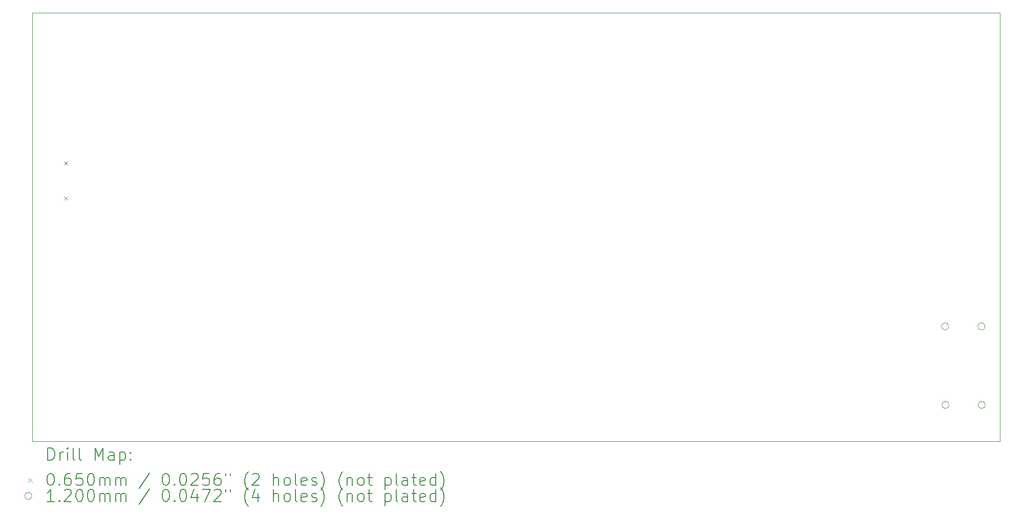
<source format=gbr>
%TF.GenerationSoftware,KiCad,Pcbnew,8.0.0*%
%TF.CreationDate,2024-12-17T13:35:23+01:00*%
%TF.ProjectId,teensyAudioMidi,7465656e-7379-4417-9564-696f4d696469,rev?*%
%TF.SameCoordinates,Original*%
%TF.FileFunction,Drillmap*%
%TF.FilePolarity,Positive*%
%FSLAX45Y45*%
G04 Gerber Fmt 4.5, Leading zero omitted, Abs format (unit mm)*
G04 Created by KiCad (PCBNEW 8.0.0) date 2024-12-17 13:35:23*
%MOMM*%
%LPD*%
G01*
G04 APERTURE LIST*
%ADD10C,0.050000*%
%ADD11C,0.200000*%
%ADD12C,0.100000*%
%ADD13C,0.120000*%
G04 APERTURE END LIST*
D10*
X3098000Y-2504000D02*
X19098000Y-2504000D01*
X19098000Y-9600000D01*
X3098000Y-9600000D01*
X3098000Y-2504000D01*
D11*
D12*
X3622500Y-4964500D02*
X3687500Y-5029500D01*
X3687500Y-4964500D02*
X3622500Y-5029500D01*
X3622500Y-5542500D02*
X3687500Y-5607500D01*
X3687500Y-5542500D02*
X3622500Y-5607500D01*
D13*
X18255000Y-7700000D02*
G75*
G02*
X18135000Y-7700000I-60000J0D01*
G01*
X18135000Y-7700000D02*
G75*
G02*
X18255000Y-7700000I60000J0D01*
G01*
X18260000Y-9000000D02*
G75*
G02*
X18140000Y-9000000I-60000J0D01*
G01*
X18140000Y-9000000D02*
G75*
G02*
X18260000Y-9000000I60000J0D01*
G01*
X18855000Y-7700000D02*
G75*
G02*
X18735000Y-7700000I-60000J0D01*
G01*
X18735000Y-7700000D02*
G75*
G02*
X18855000Y-7700000I60000J0D01*
G01*
X18860000Y-9000000D02*
G75*
G02*
X18740000Y-9000000I-60000J0D01*
G01*
X18740000Y-9000000D02*
G75*
G02*
X18860000Y-9000000I60000J0D01*
G01*
D11*
X3356277Y-9913984D02*
X3356277Y-9713984D01*
X3356277Y-9713984D02*
X3403896Y-9713984D01*
X3403896Y-9713984D02*
X3432467Y-9723508D01*
X3432467Y-9723508D02*
X3451515Y-9742555D01*
X3451515Y-9742555D02*
X3461039Y-9761603D01*
X3461039Y-9761603D02*
X3470562Y-9799698D01*
X3470562Y-9799698D02*
X3470562Y-9828270D01*
X3470562Y-9828270D02*
X3461039Y-9866365D01*
X3461039Y-9866365D02*
X3451515Y-9885412D01*
X3451515Y-9885412D02*
X3432467Y-9904460D01*
X3432467Y-9904460D02*
X3403896Y-9913984D01*
X3403896Y-9913984D02*
X3356277Y-9913984D01*
X3556277Y-9913984D02*
X3556277Y-9780650D01*
X3556277Y-9818746D02*
X3565801Y-9799698D01*
X3565801Y-9799698D02*
X3575324Y-9790174D01*
X3575324Y-9790174D02*
X3594372Y-9780650D01*
X3594372Y-9780650D02*
X3613420Y-9780650D01*
X3680086Y-9913984D02*
X3680086Y-9780650D01*
X3680086Y-9713984D02*
X3670562Y-9723508D01*
X3670562Y-9723508D02*
X3680086Y-9733031D01*
X3680086Y-9733031D02*
X3689610Y-9723508D01*
X3689610Y-9723508D02*
X3680086Y-9713984D01*
X3680086Y-9713984D02*
X3680086Y-9733031D01*
X3803896Y-9913984D02*
X3784848Y-9904460D01*
X3784848Y-9904460D02*
X3775324Y-9885412D01*
X3775324Y-9885412D02*
X3775324Y-9713984D01*
X3908658Y-9913984D02*
X3889610Y-9904460D01*
X3889610Y-9904460D02*
X3880086Y-9885412D01*
X3880086Y-9885412D02*
X3880086Y-9713984D01*
X4137229Y-9913984D02*
X4137229Y-9713984D01*
X4137229Y-9713984D02*
X4203896Y-9856841D01*
X4203896Y-9856841D02*
X4270563Y-9713984D01*
X4270563Y-9713984D02*
X4270563Y-9913984D01*
X4451515Y-9913984D02*
X4451515Y-9809222D01*
X4451515Y-9809222D02*
X4441991Y-9790174D01*
X4441991Y-9790174D02*
X4422944Y-9780650D01*
X4422944Y-9780650D02*
X4384848Y-9780650D01*
X4384848Y-9780650D02*
X4365801Y-9790174D01*
X4451515Y-9904460D02*
X4432467Y-9913984D01*
X4432467Y-9913984D02*
X4384848Y-9913984D01*
X4384848Y-9913984D02*
X4365801Y-9904460D01*
X4365801Y-9904460D02*
X4356277Y-9885412D01*
X4356277Y-9885412D02*
X4356277Y-9866365D01*
X4356277Y-9866365D02*
X4365801Y-9847317D01*
X4365801Y-9847317D02*
X4384848Y-9837793D01*
X4384848Y-9837793D02*
X4432467Y-9837793D01*
X4432467Y-9837793D02*
X4451515Y-9828270D01*
X4546753Y-9780650D02*
X4546753Y-9980650D01*
X4546753Y-9790174D02*
X4565801Y-9780650D01*
X4565801Y-9780650D02*
X4603896Y-9780650D01*
X4603896Y-9780650D02*
X4622944Y-9790174D01*
X4622944Y-9790174D02*
X4632467Y-9799698D01*
X4632467Y-9799698D02*
X4641991Y-9818746D01*
X4641991Y-9818746D02*
X4641991Y-9875889D01*
X4641991Y-9875889D02*
X4632467Y-9894936D01*
X4632467Y-9894936D02*
X4622944Y-9904460D01*
X4622944Y-9904460D02*
X4603896Y-9913984D01*
X4603896Y-9913984D02*
X4565801Y-9913984D01*
X4565801Y-9913984D02*
X4546753Y-9904460D01*
X4727705Y-9894936D02*
X4737229Y-9904460D01*
X4737229Y-9904460D02*
X4727705Y-9913984D01*
X4727705Y-9913984D02*
X4718182Y-9904460D01*
X4718182Y-9904460D02*
X4727705Y-9894936D01*
X4727705Y-9894936D02*
X4727705Y-9913984D01*
X4727705Y-9790174D02*
X4737229Y-9799698D01*
X4737229Y-9799698D02*
X4727705Y-9809222D01*
X4727705Y-9809222D02*
X4718182Y-9799698D01*
X4718182Y-9799698D02*
X4727705Y-9790174D01*
X4727705Y-9790174D02*
X4727705Y-9809222D01*
D12*
X3030500Y-10210000D02*
X3095500Y-10275000D01*
X3095500Y-10210000D02*
X3030500Y-10275000D01*
D11*
X3394372Y-10133984D02*
X3413420Y-10133984D01*
X3413420Y-10133984D02*
X3432467Y-10143508D01*
X3432467Y-10143508D02*
X3441991Y-10153031D01*
X3441991Y-10153031D02*
X3451515Y-10172079D01*
X3451515Y-10172079D02*
X3461039Y-10210174D01*
X3461039Y-10210174D02*
X3461039Y-10257793D01*
X3461039Y-10257793D02*
X3451515Y-10295889D01*
X3451515Y-10295889D02*
X3441991Y-10314936D01*
X3441991Y-10314936D02*
X3432467Y-10324460D01*
X3432467Y-10324460D02*
X3413420Y-10333984D01*
X3413420Y-10333984D02*
X3394372Y-10333984D01*
X3394372Y-10333984D02*
X3375324Y-10324460D01*
X3375324Y-10324460D02*
X3365801Y-10314936D01*
X3365801Y-10314936D02*
X3356277Y-10295889D01*
X3356277Y-10295889D02*
X3346753Y-10257793D01*
X3346753Y-10257793D02*
X3346753Y-10210174D01*
X3346753Y-10210174D02*
X3356277Y-10172079D01*
X3356277Y-10172079D02*
X3365801Y-10153031D01*
X3365801Y-10153031D02*
X3375324Y-10143508D01*
X3375324Y-10143508D02*
X3394372Y-10133984D01*
X3546753Y-10314936D02*
X3556277Y-10324460D01*
X3556277Y-10324460D02*
X3546753Y-10333984D01*
X3546753Y-10333984D02*
X3537229Y-10324460D01*
X3537229Y-10324460D02*
X3546753Y-10314936D01*
X3546753Y-10314936D02*
X3546753Y-10333984D01*
X3727705Y-10133984D02*
X3689610Y-10133984D01*
X3689610Y-10133984D02*
X3670562Y-10143508D01*
X3670562Y-10143508D02*
X3661039Y-10153031D01*
X3661039Y-10153031D02*
X3641991Y-10181603D01*
X3641991Y-10181603D02*
X3632467Y-10219698D01*
X3632467Y-10219698D02*
X3632467Y-10295889D01*
X3632467Y-10295889D02*
X3641991Y-10314936D01*
X3641991Y-10314936D02*
X3651515Y-10324460D01*
X3651515Y-10324460D02*
X3670562Y-10333984D01*
X3670562Y-10333984D02*
X3708658Y-10333984D01*
X3708658Y-10333984D02*
X3727705Y-10324460D01*
X3727705Y-10324460D02*
X3737229Y-10314936D01*
X3737229Y-10314936D02*
X3746753Y-10295889D01*
X3746753Y-10295889D02*
X3746753Y-10248270D01*
X3746753Y-10248270D02*
X3737229Y-10229222D01*
X3737229Y-10229222D02*
X3727705Y-10219698D01*
X3727705Y-10219698D02*
X3708658Y-10210174D01*
X3708658Y-10210174D02*
X3670562Y-10210174D01*
X3670562Y-10210174D02*
X3651515Y-10219698D01*
X3651515Y-10219698D02*
X3641991Y-10229222D01*
X3641991Y-10229222D02*
X3632467Y-10248270D01*
X3927705Y-10133984D02*
X3832467Y-10133984D01*
X3832467Y-10133984D02*
X3822943Y-10229222D01*
X3822943Y-10229222D02*
X3832467Y-10219698D01*
X3832467Y-10219698D02*
X3851515Y-10210174D01*
X3851515Y-10210174D02*
X3899134Y-10210174D01*
X3899134Y-10210174D02*
X3918182Y-10219698D01*
X3918182Y-10219698D02*
X3927705Y-10229222D01*
X3927705Y-10229222D02*
X3937229Y-10248270D01*
X3937229Y-10248270D02*
X3937229Y-10295889D01*
X3937229Y-10295889D02*
X3927705Y-10314936D01*
X3927705Y-10314936D02*
X3918182Y-10324460D01*
X3918182Y-10324460D02*
X3899134Y-10333984D01*
X3899134Y-10333984D02*
X3851515Y-10333984D01*
X3851515Y-10333984D02*
X3832467Y-10324460D01*
X3832467Y-10324460D02*
X3822943Y-10314936D01*
X4061039Y-10133984D02*
X4080086Y-10133984D01*
X4080086Y-10133984D02*
X4099134Y-10143508D01*
X4099134Y-10143508D02*
X4108658Y-10153031D01*
X4108658Y-10153031D02*
X4118182Y-10172079D01*
X4118182Y-10172079D02*
X4127705Y-10210174D01*
X4127705Y-10210174D02*
X4127705Y-10257793D01*
X4127705Y-10257793D02*
X4118182Y-10295889D01*
X4118182Y-10295889D02*
X4108658Y-10314936D01*
X4108658Y-10314936D02*
X4099134Y-10324460D01*
X4099134Y-10324460D02*
X4080086Y-10333984D01*
X4080086Y-10333984D02*
X4061039Y-10333984D01*
X4061039Y-10333984D02*
X4041991Y-10324460D01*
X4041991Y-10324460D02*
X4032467Y-10314936D01*
X4032467Y-10314936D02*
X4022943Y-10295889D01*
X4022943Y-10295889D02*
X4013420Y-10257793D01*
X4013420Y-10257793D02*
X4013420Y-10210174D01*
X4013420Y-10210174D02*
X4022943Y-10172079D01*
X4022943Y-10172079D02*
X4032467Y-10153031D01*
X4032467Y-10153031D02*
X4041991Y-10143508D01*
X4041991Y-10143508D02*
X4061039Y-10133984D01*
X4213420Y-10333984D02*
X4213420Y-10200650D01*
X4213420Y-10219698D02*
X4222944Y-10210174D01*
X4222944Y-10210174D02*
X4241991Y-10200650D01*
X4241991Y-10200650D02*
X4270563Y-10200650D01*
X4270563Y-10200650D02*
X4289610Y-10210174D01*
X4289610Y-10210174D02*
X4299134Y-10229222D01*
X4299134Y-10229222D02*
X4299134Y-10333984D01*
X4299134Y-10229222D02*
X4308658Y-10210174D01*
X4308658Y-10210174D02*
X4327705Y-10200650D01*
X4327705Y-10200650D02*
X4356277Y-10200650D01*
X4356277Y-10200650D02*
X4375325Y-10210174D01*
X4375325Y-10210174D02*
X4384848Y-10229222D01*
X4384848Y-10229222D02*
X4384848Y-10333984D01*
X4480086Y-10333984D02*
X4480086Y-10200650D01*
X4480086Y-10219698D02*
X4489610Y-10210174D01*
X4489610Y-10210174D02*
X4508658Y-10200650D01*
X4508658Y-10200650D02*
X4537229Y-10200650D01*
X4537229Y-10200650D02*
X4556277Y-10210174D01*
X4556277Y-10210174D02*
X4565801Y-10229222D01*
X4565801Y-10229222D02*
X4565801Y-10333984D01*
X4565801Y-10229222D02*
X4575325Y-10210174D01*
X4575325Y-10210174D02*
X4594372Y-10200650D01*
X4594372Y-10200650D02*
X4622944Y-10200650D01*
X4622944Y-10200650D02*
X4641991Y-10210174D01*
X4641991Y-10210174D02*
X4651515Y-10229222D01*
X4651515Y-10229222D02*
X4651515Y-10333984D01*
X5041991Y-10124460D02*
X4870563Y-10381603D01*
X5299134Y-10133984D02*
X5318182Y-10133984D01*
X5318182Y-10133984D02*
X5337229Y-10143508D01*
X5337229Y-10143508D02*
X5346753Y-10153031D01*
X5346753Y-10153031D02*
X5356277Y-10172079D01*
X5356277Y-10172079D02*
X5365801Y-10210174D01*
X5365801Y-10210174D02*
X5365801Y-10257793D01*
X5365801Y-10257793D02*
X5356277Y-10295889D01*
X5356277Y-10295889D02*
X5346753Y-10314936D01*
X5346753Y-10314936D02*
X5337229Y-10324460D01*
X5337229Y-10324460D02*
X5318182Y-10333984D01*
X5318182Y-10333984D02*
X5299134Y-10333984D01*
X5299134Y-10333984D02*
X5280087Y-10324460D01*
X5280087Y-10324460D02*
X5270563Y-10314936D01*
X5270563Y-10314936D02*
X5261039Y-10295889D01*
X5261039Y-10295889D02*
X5251515Y-10257793D01*
X5251515Y-10257793D02*
X5251515Y-10210174D01*
X5251515Y-10210174D02*
X5261039Y-10172079D01*
X5261039Y-10172079D02*
X5270563Y-10153031D01*
X5270563Y-10153031D02*
X5280087Y-10143508D01*
X5280087Y-10143508D02*
X5299134Y-10133984D01*
X5451515Y-10314936D02*
X5461039Y-10324460D01*
X5461039Y-10324460D02*
X5451515Y-10333984D01*
X5451515Y-10333984D02*
X5441991Y-10324460D01*
X5441991Y-10324460D02*
X5451515Y-10314936D01*
X5451515Y-10314936D02*
X5451515Y-10333984D01*
X5584848Y-10133984D02*
X5603896Y-10133984D01*
X5603896Y-10133984D02*
X5622944Y-10143508D01*
X5622944Y-10143508D02*
X5632467Y-10153031D01*
X5632467Y-10153031D02*
X5641991Y-10172079D01*
X5641991Y-10172079D02*
X5651515Y-10210174D01*
X5651515Y-10210174D02*
X5651515Y-10257793D01*
X5651515Y-10257793D02*
X5641991Y-10295889D01*
X5641991Y-10295889D02*
X5632467Y-10314936D01*
X5632467Y-10314936D02*
X5622944Y-10324460D01*
X5622944Y-10324460D02*
X5603896Y-10333984D01*
X5603896Y-10333984D02*
X5584848Y-10333984D01*
X5584848Y-10333984D02*
X5565801Y-10324460D01*
X5565801Y-10324460D02*
X5556277Y-10314936D01*
X5556277Y-10314936D02*
X5546753Y-10295889D01*
X5546753Y-10295889D02*
X5537229Y-10257793D01*
X5537229Y-10257793D02*
X5537229Y-10210174D01*
X5537229Y-10210174D02*
X5546753Y-10172079D01*
X5546753Y-10172079D02*
X5556277Y-10153031D01*
X5556277Y-10153031D02*
X5565801Y-10143508D01*
X5565801Y-10143508D02*
X5584848Y-10133984D01*
X5727706Y-10153031D02*
X5737229Y-10143508D01*
X5737229Y-10143508D02*
X5756277Y-10133984D01*
X5756277Y-10133984D02*
X5803896Y-10133984D01*
X5803896Y-10133984D02*
X5822944Y-10143508D01*
X5822944Y-10143508D02*
X5832467Y-10153031D01*
X5832467Y-10153031D02*
X5841991Y-10172079D01*
X5841991Y-10172079D02*
X5841991Y-10191127D01*
X5841991Y-10191127D02*
X5832467Y-10219698D01*
X5832467Y-10219698D02*
X5718182Y-10333984D01*
X5718182Y-10333984D02*
X5841991Y-10333984D01*
X6022944Y-10133984D02*
X5927706Y-10133984D01*
X5927706Y-10133984D02*
X5918182Y-10229222D01*
X5918182Y-10229222D02*
X5927706Y-10219698D01*
X5927706Y-10219698D02*
X5946753Y-10210174D01*
X5946753Y-10210174D02*
X5994372Y-10210174D01*
X5994372Y-10210174D02*
X6013420Y-10219698D01*
X6013420Y-10219698D02*
X6022944Y-10229222D01*
X6022944Y-10229222D02*
X6032467Y-10248270D01*
X6032467Y-10248270D02*
X6032467Y-10295889D01*
X6032467Y-10295889D02*
X6022944Y-10314936D01*
X6022944Y-10314936D02*
X6013420Y-10324460D01*
X6013420Y-10324460D02*
X5994372Y-10333984D01*
X5994372Y-10333984D02*
X5946753Y-10333984D01*
X5946753Y-10333984D02*
X5927706Y-10324460D01*
X5927706Y-10324460D02*
X5918182Y-10314936D01*
X6203896Y-10133984D02*
X6165801Y-10133984D01*
X6165801Y-10133984D02*
X6146753Y-10143508D01*
X6146753Y-10143508D02*
X6137229Y-10153031D01*
X6137229Y-10153031D02*
X6118182Y-10181603D01*
X6118182Y-10181603D02*
X6108658Y-10219698D01*
X6108658Y-10219698D02*
X6108658Y-10295889D01*
X6108658Y-10295889D02*
X6118182Y-10314936D01*
X6118182Y-10314936D02*
X6127706Y-10324460D01*
X6127706Y-10324460D02*
X6146753Y-10333984D01*
X6146753Y-10333984D02*
X6184848Y-10333984D01*
X6184848Y-10333984D02*
X6203896Y-10324460D01*
X6203896Y-10324460D02*
X6213420Y-10314936D01*
X6213420Y-10314936D02*
X6222944Y-10295889D01*
X6222944Y-10295889D02*
X6222944Y-10248270D01*
X6222944Y-10248270D02*
X6213420Y-10229222D01*
X6213420Y-10229222D02*
X6203896Y-10219698D01*
X6203896Y-10219698D02*
X6184848Y-10210174D01*
X6184848Y-10210174D02*
X6146753Y-10210174D01*
X6146753Y-10210174D02*
X6127706Y-10219698D01*
X6127706Y-10219698D02*
X6118182Y-10229222D01*
X6118182Y-10229222D02*
X6108658Y-10248270D01*
X6299134Y-10133984D02*
X6299134Y-10172079D01*
X6375325Y-10133984D02*
X6375325Y-10172079D01*
X6670563Y-10410174D02*
X6661039Y-10400650D01*
X6661039Y-10400650D02*
X6641991Y-10372079D01*
X6641991Y-10372079D02*
X6632468Y-10353031D01*
X6632468Y-10353031D02*
X6622944Y-10324460D01*
X6622944Y-10324460D02*
X6613420Y-10276841D01*
X6613420Y-10276841D02*
X6613420Y-10238746D01*
X6613420Y-10238746D02*
X6622944Y-10191127D01*
X6622944Y-10191127D02*
X6632468Y-10162555D01*
X6632468Y-10162555D02*
X6641991Y-10143508D01*
X6641991Y-10143508D02*
X6661039Y-10114936D01*
X6661039Y-10114936D02*
X6670563Y-10105412D01*
X6737229Y-10153031D02*
X6746753Y-10143508D01*
X6746753Y-10143508D02*
X6765801Y-10133984D01*
X6765801Y-10133984D02*
X6813420Y-10133984D01*
X6813420Y-10133984D02*
X6832468Y-10143508D01*
X6832468Y-10143508D02*
X6841991Y-10153031D01*
X6841991Y-10153031D02*
X6851515Y-10172079D01*
X6851515Y-10172079D02*
X6851515Y-10191127D01*
X6851515Y-10191127D02*
X6841991Y-10219698D01*
X6841991Y-10219698D02*
X6727706Y-10333984D01*
X6727706Y-10333984D02*
X6851515Y-10333984D01*
X7089610Y-10333984D02*
X7089610Y-10133984D01*
X7175325Y-10333984D02*
X7175325Y-10229222D01*
X7175325Y-10229222D02*
X7165801Y-10210174D01*
X7165801Y-10210174D02*
X7146753Y-10200650D01*
X7146753Y-10200650D02*
X7118182Y-10200650D01*
X7118182Y-10200650D02*
X7099134Y-10210174D01*
X7099134Y-10210174D02*
X7089610Y-10219698D01*
X7299134Y-10333984D02*
X7280087Y-10324460D01*
X7280087Y-10324460D02*
X7270563Y-10314936D01*
X7270563Y-10314936D02*
X7261039Y-10295889D01*
X7261039Y-10295889D02*
X7261039Y-10238746D01*
X7261039Y-10238746D02*
X7270563Y-10219698D01*
X7270563Y-10219698D02*
X7280087Y-10210174D01*
X7280087Y-10210174D02*
X7299134Y-10200650D01*
X7299134Y-10200650D02*
X7327706Y-10200650D01*
X7327706Y-10200650D02*
X7346753Y-10210174D01*
X7346753Y-10210174D02*
X7356277Y-10219698D01*
X7356277Y-10219698D02*
X7365801Y-10238746D01*
X7365801Y-10238746D02*
X7365801Y-10295889D01*
X7365801Y-10295889D02*
X7356277Y-10314936D01*
X7356277Y-10314936D02*
X7346753Y-10324460D01*
X7346753Y-10324460D02*
X7327706Y-10333984D01*
X7327706Y-10333984D02*
X7299134Y-10333984D01*
X7480087Y-10333984D02*
X7461039Y-10324460D01*
X7461039Y-10324460D02*
X7451515Y-10305412D01*
X7451515Y-10305412D02*
X7451515Y-10133984D01*
X7632468Y-10324460D02*
X7613420Y-10333984D01*
X7613420Y-10333984D02*
X7575325Y-10333984D01*
X7575325Y-10333984D02*
X7556277Y-10324460D01*
X7556277Y-10324460D02*
X7546753Y-10305412D01*
X7546753Y-10305412D02*
X7546753Y-10229222D01*
X7546753Y-10229222D02*
X7556277Y-10210174D01*
X7556277Y-10210174D02*
X7575325Y-10200650D01*
X7575325Y-10200650D02*
X7613420Y-10200650D01*
X7613420Y-10200650D02*
X7632468Y-10210174D01*
X7632468Y-10210174D02*
X7641991Y-10229222D01*
X7641991Y-10229222D02*
X7641991Y-10248270D01*
X7641991Y-10248270D02*
X7546753Y-10267317D01*
X7718182Y-10324460D02*
X7737230Y-10333984D01*
X7737230Y-10333984D02*
X7775325Y-10333984D01*
X7775325Y-10333984D02*
X7794372Y-10324460D01*
X7794372Y-10324460D02*
X7803896Y-10305412D01*
X7803896Y-10305412D02*
X7803896Y-10295889D01*
X7803896Y-10295889D02*
X7794372Y-10276841D01*
X7794372Y-10276841D02*
X7775325Y-10267317D01*
X7775325Y-10267317D02*
X7746753Y-10267317D01*
X7746753Y-10267317D02*
X7727706Y-10257793D01*
X7727706Y-10257793D02*
X7718182Y-10238746D01*
X7718182Y-10238746D02*
X7718182Y-10229222D01*
X7718182Y-10229222D02*
X7727706Y-10210174D01*
X7727706Y-10210174D02*
X7746753Y-10200650D01*
X7746753Y-10200650D02*
X7775325Y-10200650D01*
X7775325Y-10200650D02*
X7794372Y-10210174D01*
X7870563Y-10410174D02*
X7880087Y-10400650D01*
X7880087Y-10400650D02*
X7899134Y-10372079D01*
X7899134Y-10372079D02*
X7908658Y-10353031D01*
X7908658Y-10353031D02*
X7918182Y-10324460D01*
X7918182Y-10324460D02*
X7927706Y-10276841D01*
X7927706Y-10276841D02*
X7927706Y-10238746D01*
X7927706Y-10238746D02*
X7918182Y-10191127D01*
X7918182Y-10191127D02*
X7908658Y-10162555D01*
X7908658Y-10162555D02*
X7899134Y-10143508D01*
X7899134Y-10143508D02*
X7880087Y-10114936D01*
X7880087Y-10114936D02*
X7870563Y-10105412D01*
X8232468Y-10410174D02*
X8222944Y-10400650D01*
X8222944Y-10400650D02*
X8203896Y-10372079D01*
X8203896Y-10372079D02*
X8194372Y-10353031D01*
X8194372Y-10353031D02*
X8184849Y-10324460D01*
X8184849Y-10324460D02*
X8175325Y-10276841D01*
X8175325Y-10276841D02*
X8175325Y-10238746D01*
X8175325Y-10238746D02*
X8184849Y-10191127D01*
X8184849Y-10191127D02*
X8194372Y-10162555D01*
X8194372Y-10162555D02*
X8203896Y-10143508D01*
X8203896Y-10143508D02*
X8222944Y-10114936D01*
X8222944Y-10114936D02*
X8232468Y-10105412D01*
X8308658Y-10200650D02*
X8308658Y-10333984D01*
X8308658Y-10219698D02*
X8318182Y-10210174D01*
X8318182Y-10210174D02*
X8337230Y-10200650D01*
X8337230Y-10200650D02*
X8365801Y-10200650D01*
X8365801Y-10200650D02*
X8384849Y-10210174D01*
X8384849Y-10210174D02*
X8394373Y-10229222D01*
X8394373Y-10229222D02*
X8394373Y-10333984D01*
X8518182Y-10333984D02*
X8499134Y-10324460D01*
X8499134Y-10324460D02*
X8489611Y-10314936D01*
X8489611Y-10314936D02*
X8480087Y-10295889D01*
X8480087Y-10295889D02*
X8480087Y-10238746D01*
X8480087Y-10238746D02*
X8489611Y-10219698D01*
X8489611Y-10219698D02*
X8499134Y-10210174D01*
X8499134Y-10210174D02*
X8518182Y-10200650D01*
X8518182Y-10200650D02*
X8546754Y-10200650D01*
X8546754Y-10200650D02*
X8565801Y-10210174D01*
X8565801Y-10210174D02*
X8575325Y-10219698D01*
X8575325Y-10219698D02*
X8584849Y-10238746D01*
X8584849Y-10238746D02*
X8584849Y-10295889D01*
X8584849Y-10295889D02*
X8575325Y-10314936D01*
X8575325Y-10314936D02*
X8565801Y-10324460D01*
X8565801Y-10324460D02*
X8546754Y-10333984D01*
X8546754Y-10333984D02*
X8518182Y-10333984D01*
X8641992Y-10200650D02*
X8718182Y-10200650D01*
X8670563Y-10133984D02*
X8670563Y-10305412D01*
X8670563Y-10305412D02*
X8680087Y-10324460D01*
X8680087Y-10324460D02*
X8699134Y-10333984D01*
X8699134Y-10333984D02*
X8718182Y-10333984D01*
X8937230Y-10200650D02*
X8937230Y-10400650D01*
X8937230Y-10210174D02*
X8956277Y-10200650D01*
X8956277Y-10200650D02*
X8994373Y-10200650D01*
X8994373Y-10200650D02*
X9013420Y-10210174D01*
X9013420Y-10210174D02*
X9022944Y-10219698D01*
X9022944Y-10219698D02*
X9032468Y-10238746D01*
X9032468Y-10238746D02*
X9032468Y-10295889D01*
X9032468Y-10295889D02*
X9022944Y-10314936D01*
X9022944Y-10314936D02*
X9013420Y-10324460D01*
X9013420Y-10324460D02*
X8994373Y-10333984D01*
X8994373Y-10333984D02*
X8956277Y-10333984D01*
X8956277Y-10333984D02*
X8937230Y-10324460D01*
X9146754Y-10333984D02*
X9127706Y-10324460D01*
X9127706Y-10324460D02*
X9118182Y-10305412D01*
X9118182Y-10305412D02*
X9118182Y-10133984D01*
X9308658Y-10333984D02*
X9308658Y-10229222D01*
X9308658Y-10229222D02*
X9299135Y-10210174D01*
X9299135Y-10210174D02*
X9280087Y-10200650D01*
X9280087Y-10200650D02*
X9241992Y-10200650D01*
X9241992Y-10200650D02*
X9222944Y-10210174D01*
X9308658Y-10324460D02*
X9289611Y-10333984D01*
X9289611Y-10333984D02*
X9241992Y-10333984D01*
X9241992Y-10333984D02*
X9222944Y-10324460D01*
X9222944Y-10324460D02*
X9213420Y-10305412D01*
X9213420Y-10305412D02*
X9213420Y-10286365D01*
X9213420Y-10286365D02*
X9222944Y-10267317D01*
X9222944Y-10267317D02*
X9241992Y-10257793D01*
X9241992Y-10257793D02*
X9289611Y-10257793D01*
X9289611Y-10257793D02*
X9308658Y-10248270D01*
X9375325Y-10200650D02*
X9451515Y-10200650D01*
X9403896Y-10133984D02*
X9403896Y-10305412D01*
X9403896Y-10305412D02*
X9413420Y-10324460D01*
X9413420Y-10324460D02*
X9432468Y-10333984D01*
X9432468Y-10333984D02*
X9451515Y-10333984D01*
X9594373Y-10324460D02*
X9575325Y-10333984D01*
X9575325Y-10333984D02*
X9537230Y-10333984D01*
X9537230Y-10333984D02*
X9518182Y-10324460D01*
X9518182Y-10324460D02*
X9508658Y-10305412D01*
X9508658Y-10305412D02*
X9508658Y-10229222D01*
X9508658Y-10229222D02*
X9518182Y-10210174D01*
X9518182Y-10210174D02*
X9537230Y-10200650D01*
X9537230Y-10200650D02*
X9575325Y-10200650D01*
X9575325Y-10200650D02*
X9594373Y-10210174D01*
X9594373Y-10210174D02*
X9603896Y-10229222D01*
X9603896Y-10229222D02*
X9603896Y-10248270D01*
X9603896Y-10248270D02*
X9508658Y-10267317D01*
X9775325Y-10333984D02*
X9775325Y-10133984D01*
X9775325Y-10324460D02*
X9756277Y-10333984D01*
X9756277Y-10333984D02*
X9718182Y-10333984D01*
X9718182Y-10333984D02*
X9699135Y-10324460D01*
X9699135Y-10324460D02*
X9689611Y-10314936D01*
X9689611Y-10314936D02*
X9680087Y-10295889D01*
X9680087Y-10295889D02*
X9680087Y-10238746D01*
X9680087Y-10238746D02*
X9689611Y-10219698D01*
X9689611Y-10219698D02*
X9699135Y-10210174D01*
X9699135Y-10210174D02*
X9718182Y-10200650D01*
X9718182Y-10200650D02*
X9756277Y-10200650D01*
X9756277Y-10200650D02*
X9775325Y-10210174D01*
X9851516Y-10410174D02*
X9861039Y-10400650D01*
X9861039Y-10400650D02*
X9880087Y-10372079D01*
X9880087Y-10372079D02*
X9889611Y-10353031D01*
X9889611Y-10353031D02*
X9899135Y-10324460D01*
X9899135Y-10324460D02*
X9908658Y-10276841D01*
X9908658Y-10276841D02*
X9908658Y-10238746D01*
X9908658Y-10238746D02*
X9899135Y-10191127D01*
X9899135Y-10191127D02*
X9889611Y-10162555D01*
X9889611Y-10162555D02*
X9880087Y-10143508D01*
X9880087Y-10143508D02*
X9861039Y-10114936D01*
X9861039Y-10114936D02*
X9851516Y-10105412D01*
D13*
X3095500Y-10506500D02*
G75*
G02*
X2975500Y-10506500I-60000J0D01*
G01*
X2975500Y-10506500D02*
G75*
G02*
X3095500Y-10506500I60000J0D01*
G01*
D11*
X3461039Y-10597984D02*
X3346753Y-10597984D01*
X3403896Y-10597984D02*
X3403896Y-10397984D01*
X3403896Y-10397984D02*
X3384848Y-10426555D01*
X3384848Y-10426555D02*
X3365801Y-10445603D01*
X3365801Y-10445603D02*
X3346753Y-10455127D01*
X3546753Y-10578936D02*
X3556277Y-10588460D01*
X3556277Y-10588460D02*
X3546753Y-10597984D01*
X3546753Y-10597984D02*
X3537229Y-10588460D01*
X3537229Y-10588460D02*
X3546753Y-10578936D01*
X3546753Y-10578936D02*
X3546753Y-10597984D01*
X3632467Y-10417031D02*
X3641991Y-10407508D01*
X3641991Y-10407508D02*
X3661039Y-10397984D01*
X3661039Y-10397984D02*
X3708658Y-10397984D01*
X3708658Y-10397984D02*
X3727705Y-10407508D01*
X3727705Y-10407508D02*
X3737229Y-10417031D01*
X3737229Y-10417031D02*
X3746753Y-10436079D01*
X3746753Y-10436079D02*
X3746753Y-10455127D01*
X3746753Y-10455127D02*
X3737229Y-10483698D01*
X3737229Y-10483698D02*
X3622943Y-10597984D01*
X3622943Y-10597984D02*
X3746753Y-10597984D01*
X3870562Y-10397984D02*
X3889610Y-10397984D01*
X3889610Y-10397984D02*
X3908658Y-10407508D01*
X3908658Y-10407508D02*
X3918182Y-10417031D01*
X3918182Y-10417031D02*
X3927705Y-10436079D01*
X3927705Y-10436079D02*
X3937229Y-10474174D01*
X3937229Y-10474174D02*
X3937229Y-10521793D01*
X3937229Y-10521793D02*
X3927705Y-10559889D01*
X3927705Y-10559889D02*
X3918182Y-10578936D01*
X3918182Y-10578936D02*
X3908658Y-10588460D01*
X3908658Y-10588460D02*
X3889610Y-10597984D01*
X3889610Y-10597984D02*
X3870562Y-10597984D01*
X3870562Y-10597984D02*
X3851515Y-10588460D01*
X3851515Y-10588460D02*
X3841991Y-10578936D01*
X3841991Y-10578936D02*
X3832467Y-10559889D01*
X3832467Y-10559889D02*
X3822943Y-10521793D01*
X3822943Y-10521793D02*
X3822943Y-10474174D01*
X3822943Y-10474174D02*
X3832467Y-10436079D01*
X3832467Y-10436079D02*
X3841991Y-10417031D01*
X3841991Y-10417031D02*
X3851515Y-10407508D01*
X3851515Y-10407508D02*
X3870562Y-10397984D01*
X4061039Y-10397984D02*
X4080086Y-10397984D01*
X4080086Y-10397984D02*
X4099134Y-10407508D01*
X4099134Y-10407508D02*
X4108658Y-10417031D01*
X4108658Y-10417031D02*
X4118182Y-10436079D01*
X4118182Y-10436079D02*
X4127705Y-10474174D01*
X4127705Y-10474174D02*
X4127705Y-10521793D01*
X4127705Y-10521793D02*
X4118182Y-10559889D01*
X4118182Y-10559889D02*
X4108658Y-10578936D01*
X4108658Y-10578936D02*
X4099134Y-10588460D01*
X4099134Y-10588460D02*
X4080086Y-10597984D01*
X4080086Y-10597984D02*
X4061039Y-10597984D01*
X4061039Y-10597984D02*
X4041991Y-10588460D01*
X4041991Y-10588460D02*
X4032467Y-10578936D01*
X4032467Y-10578936D02*
X4022943Y-10559889D01*
X4022943Y-10559889D02*
X4013420Y-10521793D01*
X4013420Y-10521793D02*
X4013420Y-10474174D01*
X4013420Y-10474174D02*
X4022943Y-10436079D01*
X4022943Y-10436079D02*
X4032467Y-10417031D01*
X4032467Y-10417031D02*
X4041991Y-10407508D01*
X4041991Y-10407508D02*
X4061039Y-10397984D01*
X4213420Y-10597984D02*
X4213420Y-10464650D01*
X4213420Y-10483698D02*
X4222944Y-10474174D01*
X4222944Y-10474174D02*
X4241991Y-10464650D01*
X4241991Y-10464650D02*
X4270563Y-10464650D01*
X4270563Y-10464650D02*
X4289610Y-10474174D01*
X4289610Y-10474174D02*
X4299134Y-10493222D01*
X4299134Y-10493222D02*
X4299134Y-10597984D01*
X4299134Y-10493222D02*
X4308658Y-10474174D01*
X4308658Y-10474174D02*
X4327705Y-10464650D01*
X4327705Y-10464650D02*
X4356277Y-10464650D01*
X4356277Y-10464650D02*
X4375325Y-10474174D01*
X4375325Y-10474174D02*
X4384848Y-10493222D01*
X4384848Y-10493222D02*
X4384848Y-10597984D01*
X4480086Y-10597984D02*
X4480086Y-10464650D01*
X4480086Y-10483698D02*
X4489610Y-10474174D01*
X4489610Y-10474174D02*
X4508658Y-10464650D01*
X4508658Y-10464650D02*
X4537229Y-10464650D01*
X4537229Y-10464650D02*
X4556277Y-10474174D01*
X4556277Y-10474174D02*
X4565801Y-10493222D01*
X4565801Y-10493222D02*
X4565801Y-10597984D01*
X4565801Y-10493222D02*
X4575325Y-10474174D01*
X4575325Y-10474174D02*
X4594372Y-10464650D01*
X4594372Y-10464650D02*
X4622944Y-10464650D01*
X4622944Y-10464650D02*
X4641991Y-10474174D01*
X4641991Y-10474174D02*
X4651515Y-10493222D01*
X4651515Y-10493222D02*
X4651515Y-10597984D01*
X5041991Y-10388460D02*
X4870563Y-10645603D01*
X5299134Y-10397984D02*
X5318182Y-10397984D01*
X5318182Y-10397984D02*
X5337229Y-10407508D01*
X5337229Y-10407508D02*
X5346753Y-10417031D01*
X5346753Y-10417031D02*
X5356277Y-10436079D01*
X5356277Y-10436079D02*
X5365801Y-10474174D01*
X5365801Y-10474174D02*
X5365801Y-10521793D01*
X5365801Y-10521793D02*
X5356277Y-10559889D01*
X5356277Y-10559889D02*
X5346753Y-10578936D01*
X5346753Y-10578936D02*
X5337229Y-10588460D01*
X5337229Y-10588460D02*
X5318182Y-10597984D01*
X5318182Y-10597984D02*
X5299134Y-10597984D01*
X5299134Y-10597984D02*
X5280087Y-10588460D01*
X5280087Y-10588460D02*
X5270563Y-10578936D01*
X5270563Y-10578936D02*
X5261039Y-10559889D01*
X5261039Y-10559889D02*
X5251515Y-10521793D01*
X5251515Y-10521793D02*
X5251515Y-10474174D01*
X5251515Y-10474174D02*
X5261039Y-10436079D01*
X5261039Y-10436079D02*
X5270563Y-10417031D01*
X5270563Y-10417031D02*
X5280087Y-10407508D01*
X5280087Y-10407508D02*
X5299134Y-10397984D01*
X5451515Y-10578936D02*
X5461039Y-10588460D01*
X5461039Y-10588460D02*
X5451515Y-10597984D01*
X5451515Y-10597984D02*
X5441991Y-10588460D01*
X5441991Y-10588460D02*
X5451515Y-10578936D01*
X5451515Y-10578936D02*
X5451515Y-10597984D01*
X5584848Y-10397984D02*
X5603896Y-10397984D01*
X5603896Y-10397984D02*
X5622944Y-10407508D01*
X5622944Y-10407508D02*
X5632467Y-10417031D01*
X5632467Y-10417031D02*
X5641991Y-10436079D01*
X5641991Y-10436079D02*
X5651515Y-10474174D01*
X5651515Y-10474174D02*
X5651515Y-10521793D01*
X5651515Y-10521793D02*
X5641991Y-10559889D01*
X5641991Y-10559889D02*
X5632467Y-10578936D01*
X5632467Y-10578936D02*
X5622944Y-10588460D01*
X5622944Y-10588460D02*
X5603896Y-10597984D01*
X5603896Y-10597984D02*
X5584848Y-10597984D01*
X5584848Y-10597984D02*
X5565801Y-10588460D01*
X5565801Y-10588460D02*
X5556277Y-10578936D01*
X5556277Y-10578936D02*
X5546753Y-10559889D01*
X5546753Y-10559889D02*
X5537229Y-10521793D01*
X5537229Y-10521793D02*
X5537229Y-10474174D01*
X5537229Y-10474174D02*
X5546753Y-10436079D01*
X5546753Y-10436079D02*
X5556277Y-10417031D01*
X5556277Y-10417031D02*
X5565801Y-10407508D01*
X5565801Y-10407508D02*
X5584848Y-10397984D01*
X5822944Y-10464650D02*
X5822944Y-10597984D01*
X5775325Y-10388460D02*
X5727706Y-10531317D01*
X5727706Y-10531317D02*
X5851515Y-10531317D01*
X5908658Y-10397984D02*
X6041991Y-10397984D01*
X6041991Y-10397984D02*
X5956277Y-10597984D01*
X6108658Y-10417031D02*
X6118182Y-10407508D01*
X6118182Y-10407508D02*
X6137229Y-10397984D01*
X6137229Y-10397984D02*
X6184848Y-10397984D01*
X6184848Y-10397984D02*
X6203896Y-10407508D01*
X6203896Y-10407508D02*
X6213420Y-10417031D01*
X6213420Y-10417031D02*
X6222944Y-10436079D01*
X6222944Y-10436079D02*
X6222944Y-10455127D01*
X6222944Y-10455127D02*
X6213420Y-10483698D01*
X6213420Y-10483698D02*
X6099134Y-10597984D01*
X6099134Y-10597984D02*
X6222944Y-10597984D01*
X6299134Y-10397984D02*
X6299134Y-10436079D01*
X6375325Y-10397984D02*
X6375325Y-10436079D01*
X6670563Y-10674174D02*
X6661039Y-10664650D01*
X6661039Y-10664650D02*
X6641991Y-10636079D01*
X6641991Y-10636079D02*
X6632468Y-10617031D01*
X6632468Y-10617031D02*
X6622944Y-10588460D01*
X6622944Y-10588460D02*
X6613420Y-10540841D01*
X6613420Y-10540841D02*
X6613420Y-10502746D01*
X6613420Y-10502746D02*
X6622944Y-10455127D01*
X6622944Y-10455127D02*
X6632468Y-10426555D01*
X6632468Y-10426555D02*
X6641991Y-10407508D01*
X6641991Y-10407508D02*
X6661039Y-10378936D01*
X6661039Y-10378936D02*
X6670563Y-10369412D01*
X6832468Y-10464650D02*
X6832468Y-10597984D01*
X6784848Y-10388460D02*
X6737229Y-10531317D01*
X6737229Y-10531317D02*
X6861039Y-10531317D01*
X7089610Y-10597984D02*
X7089610Y-10397984D01*
X7175325Y-10597984D02*
X7175325Y-10493222D01*
X7175325Y-10493222D02*
X7165801Y-10474174D01*
X7165801Y-10474174D02*
X7146753Y-10464650D01*
X7146753Y-10464650D02*
X7118182Y-10464650D01*
X7118182Y-10464650D02*
X7099134Y-10474174D01*
X7099134Y-10474174D02*
X7089610Y-10483698D01*
X7299134Y-10597984D02*
X7280087Y-10588460D01*
X7280087Y-10588460D02*
X7270563Y-10578936D01*
X7270563Y-10578936D02*
X7261039Y-10559889D01*
X7261039Y-10559889D02*
X7261039Y-10502746D01*
X7261039Y-10502746D02*
X7270563Y-10483698D01*
X7270563Y-10483698D02*
X7280087Y-10474174D01*
X7280087Y-10474174D02*
X7299134Y-10464650D01*
X7299134Y-10464650D02*
X7327706Y-10464650D01*
X7327706Y-10464650D02*
X7346753Y-10474174D01*
X7346753Y-10474174D02*
X7356277Y-10483698D01*
X7356277Y-10483698D02*
X7365801Y-10502746D01*
X7365801Y-10502746D02*
X7365801Y-10559889D01*
X7365801Y-10559889D02*
X7356277Y-10578936D01*
X7356277Y-10578936D02*
X7346753Y-10588460D01*
X7346753Y-10588460D02*
X7327706Y-10597984D01*
X7327706Y-10597984D02*
X7299134Y-10597984D01*
X7480087Y-10597984D02*
X7461039Y-10588460D01*
X7461039Y-10588460D02*
X7451515Y-10569412D01*
X7451515Y-10569412D02*
X7451515Y-10397984D01*
X7632468Y-10588460D02*
X7613420Y-10597984D01*
X7613420Y-10597984D02*
X7575325Y-10597984D01*
X7575325Y-10597984D02*
X7556277Y-10588460D01*
X7556277Y-10588460D02*
X7546753Y-10569412D01*
X7546753Y-10569412D02*
X7546753Y-10493222D01*
X7546753Y-10493222D02*
X7556277Y-10474174D01*
X7556277Y-10474174D02*
X7575325Y-10464650D01*
X7575325Y-10464650D02*
X7613420Y-10464650D01*
X7613420Y-10464650D02*
X7632468Y-10474174D01*
X7632468Y-10474174D02*
X7641991Y-10493222D01*
X7641991Y-10493222D02*
X7641991Y-10512270D01*
X7641991Y-10512270D02*
X7546753Y-10531317D01*
X7718182Y-10588460D02*
X7737230Y-10597984D01*
X7737230Y-10597984D02*
X7775325Y-10597984D01*
X7775325Y-10597984D02*
X7794372Y-10588460D01*
X7794372Y-10588460D02*
X7803896Y-10569412D01*
X7803896Y-10569412D02*
X7803896Y-10559889D01*
X7803896Y-10559889D02*
X7794372Y-10540841D01*
X7794372Y-10540841D02*
X7775325Y-10531317D01*
X7775325Y-10531317D02*
X7746753Y-10531317D01*
X7746753Y-10531317D02*
X7727706Y-10521793D01*
X7727706Y-10521793D02*
X7718182Y-10502746D01*
X7718182Y-10502746D02*
X7718182Y-10493222D01*
X7718182Y-10493222D02*
X7727706Y-10474174D01*
X7727706Y-10474174D02*
X7746753Y-10464650D01*
X7746753Y-10464650D02*
X7775325Y-10464650D01*
X7775325Y-10464650D02*
X7794372Y-10474174D01*
X7870563Y-10674174D02*
X7880087Y-10664650D01*
X7880087Y-10664650D02*
X7899134Y-10636079D01*
X7899134Y-10636079D02*
X7908658Y-10617031D01*
X7908658Y-10617031D02*
X7918182Y-10588460D01*
X7918182Y-10588460D02*
X7927706Y-10540841D01*
X7927706Y-10540841D02*
X7927706Y-10502746D01*
X7927706Y-10502746D02*
X7918182Y-10455127D01*
X7918182Y-10455127D02*
X7908658Y-10426555D01*
X7908658Y-10426555D02*
X7899134Y-10407508D01*
X7899134Y-10407508D02*
X7880087Y-10378936D01*
X7880087Y-10378936D02*
X7870563Y-10369412D01*
X8232468Y-10674174D02*
X8222944Y-10664650D01*
X8222944Y-10664650D02*
X8203896Y-10636079D01*
X8203896Y-10636079D02*
X8194372Y-10617031D01*
X8194372Y-10617031D02*
X8184849Y-10588460D01*
X8184849Y-10588460D02*
X8175325Y-10540841D01*
X8175325Y-10540841D02*
X8175325Y-10502746D01*
X8175325Y-10502746D02*
X8184849Y-10455127D01*
X8184849Y-10455127D02*
X8194372Y-10426555D01*
X8194372Y-10426555D02*
X8203896Y-10407508D01*
X8203896Y-10407508D02*
X8222944Y-10378936D01*
X8222944Y-10378936D02*
X8232468Y-10369412D01*
X8308658Y-10464650D02*
X8308658Y-10597984D01*
X8308658Y-10483698D02*
X8318182Y-10474174D01*
X8318182Y-10474174D02*
X8337230Y-10464650D01*
X8337230Y-10464650D02*
X8365801Y-10464650D01*
X8365801Y-10464650D02*
X8384849Y-10474174D01*
X8384849Y-10474174D02*
X8394373Y-10493222D01*
X8394373Y-10493222D02*
X8394373Y-10597984D01*
X8518182Y-10597984D02*
X8499134Y-10588460D01*
X8499134Y-10588460D02*
X8489611Y-10578936D01*
X8489611Y-10578936D02*
X8480087Y-10559889D01*
X8480087Y-10559889D02*
X8480087Y-10502746D01*
X8480087Y-10502746D02*
X8489611Y-10483698D01*
X8489611Y-10483698D02*
X8499134Y-10474174D01*
X8499134Y-10474174D02*
X8518182Y-10464650D01*
X8518182Y-10464650D02*
X8546754Y-10464650D01*
X8546754Y-10464650D02*
X8565801Y-10474174D01*
X8565801Y-10474174D02*
X8575325Y-10483698D01*
X8575325Y-10483698D02*
X8584849Y-10502746D01*
X8584849Y-10502746D02*
X8584849Y-10559889D01*
X8584849Y-10559889D02*
X8575325Y-10578936D01*
X8575325Y-10578936D02*
X8565801Y-10588460D01*
X8565801Y-10588460D02*
X8546754Y-10597984D01*
X8546754Y-10597984D02*
X8518182Y-10597984D01*
X8641992Y-10464650D02*
X8718182Y-10464650D01*
X8670563Y-10397984D02*
X8670563Y-10569412D01*
X8670563Y-10569412D02*
X8680087Y-10588460D01*
X8680087Y-10588460D02*
X8699134Y-10597984D01*
X8699134Y-10597984D02*
X8718182Y-10597984D01*
X8937230Y-10464650D02*
X8937230Y-10664650D01*
X8937230Y-10474174D02*
X8956277Y-10464650D01*
X8956277Y-10464650D02*
X8994373Y-10464650D01*
X8994373Y-10464650D02*
X9013420Y-10474174D01*
X9013420Y-10474174D02*
X9022944Y-10483698D01*
X9022944Y-10483698D02*
X9032468Y-10502746D01*
X9032468Y-10502746D02*
X9032468Y-10559889D01*
X9032468Y-10559889D02*
X9022944Y-10578936D01*
X9022944Y-10578936D02*
X9013420Y-10588460D01*
X9013420Y-10588460D02*
X8994373Y-10597984D01*
X8994373Y-10597984D02*
X8956277Y-10597984D01*
X8956277Y-10597984D02*
X8937230Y-10588460D01*
X9146754Y-10597984D02*
X9127706Y-10588460D01*
X9127706Y-10588460D02*
X9118182Y-10569412D01*
X9118182Y-10569412D02*
X9118182Y-10397984D01*
X9308658Y-10597984D02*
X9308658Y-10493222D01*
X9308658Y-10493222D02*
X9299135Y-10474174D01*
X9299135Y-10474174D02*
X9280087Y-10464650D01*
X9280087Y-10464650D02*
X9241992Y-10464650D01*
X9241992Y-10464650D02*
X9222944Y-10474174D01*
X9308658Y-10588460D02*
X9289611Y-10597984D01*
X9289611Y-10597984D02*
X9241992Y-10597984D01*
X9241992Y-10597984D02*
X9222944Y-10588460D01*
X9222944Y-10588460D02*
X9213420Y-10569412D01*
X9213420Y-10569412D02*
X9213420Y-10550365D01*
X9213420Y-10550365D02*
X9222944Y-10531317D01*
X9222944Y-10531317D02*
X9241992Y-10521793D01*
X9241992Y-10521793D02*
X9289611Y-10521793D01*
X9289611Y-10521793D02*
X9308658Y-10512270D01*
X9375325Y-10464650D02*
X9451515Y-10464650D01*
X9403896Y-10397984D02*
X9403896Y-10569412D01*
X9403896Y-10569412D02*
X9413420Y-10588460D01*
X9413420Y-10588460D02*
X9432468Y-10597984D01*
X9432468Y-10597984D02*
X9451515Y-10597984D01*
X9594373Y-10588460D02*
X9575325Y-10597984D01*
X9575325Y-10597984D02*
X9537230Y-10597984D01*
X9537230Y-10597984D02*
X9518182Y-10588460D01*
X9518182Y-10588460D02*
X9508658Y-10569412D01*
X9508658Y-10569412D02*
X9508658Y-10493222D01*
X9508658Y-10493222D02*
X9518182Y-10474174D01*
X9518182Y-10474174D02*
X9537230Y-10464650D01*
X9537230Y-10464650D02*
X9575325Y-10464650D01*
X9575325Y-10464650D02*
X9594373Y-10474174D01*
X9594373Y-10474174D02*
X9603896Y-10493222D01*
X9603896Y-10493222D02*
X9603896Y-10512270D01*
X9603896Y-10512270D02*
X9508658Y-10531317D01*
X9775325Y-10597984D02*
X9775325Y-10397984D01*
X9775325Y-10588460D02*
X9756277Y-10597984D01*
X9756277Y-10597984D02*
X9718182Y-10597984D01*
X9718182Y-10597984D02*
X9699135Y-10588460D01*
X9699135Y-10588460D02*
X9689611Y-10578936D01*
X9689611Y-10578936D02*
X9680087Y-10559889D01*
X9680087Y-10559889D02*
X9680087Y-10502746D01*
X9680087Y-10502746D02*
X9689611Y-10483698D01*
X9689611Y-10483698D02*
X9699135Y-10474174D01*
X9699135Y-10474174D02*
X9718182Y-10464650D01*
X9718182Y-10464650D02*
X9756277Y-10464650D01*
X9756277Y-10464650D02*
X9775325Y-10474174D01*
X9851516Y-10674174D02*
X9861039Y-10664650D01*
X9861039Y-10664650D02*
X9880087Y-10636079D01*
X9880087Y-10636079D02*
X9889611Y-10617031D01*
X9889611Y-10617031D02*
X9899135Y-10588460D01*
X9899135Y-10588460D02*
X9908658Y-10540841D01*
X9908658Y-10540841D02*
X9908658Y-10502746D01*
X9908658Y-10502746D02*
X9899135Y-10455127D01*
X9899135Y-10455127D02*
X9889611Y-10426555D01*
X9889611Y-10426555D02*
X9880087Y-10407508D01*
X9880087Y-10407508D02*
X9861039Y-10378936D01*
X9861039Y-10378936D02*
X9851516Y-10369412D01*
M02*

</source>
